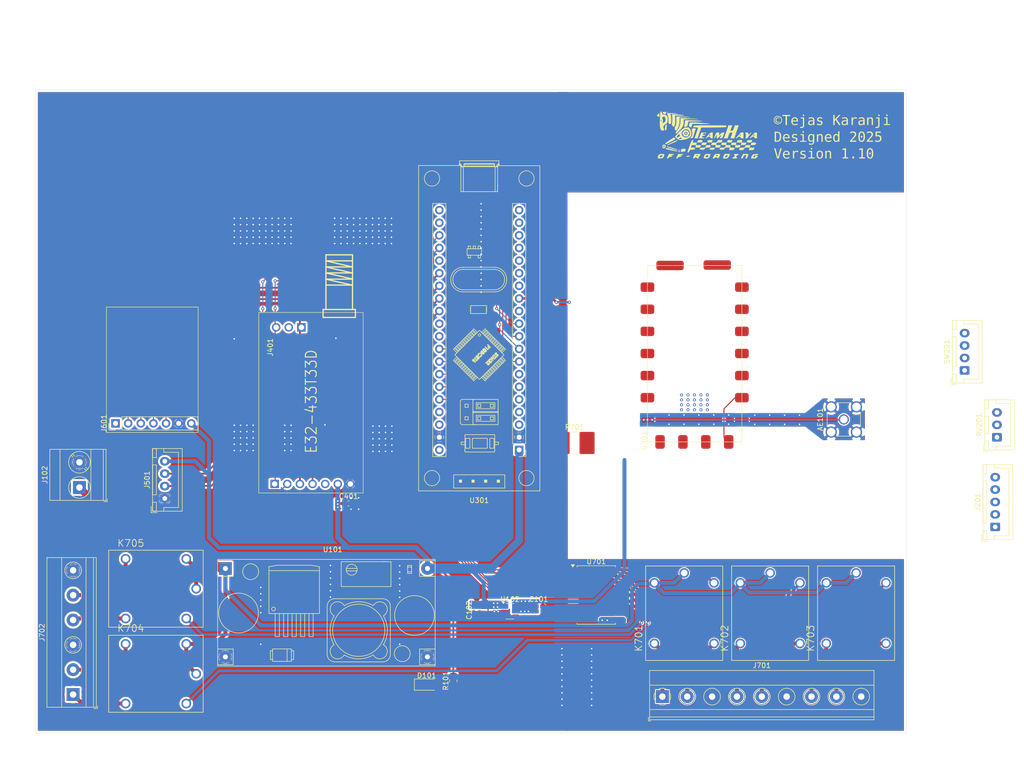
<source format=kicad_pcb>
(kicad_pcb (version 20240108) (generator "pcbnew") (generator_version "8.0")
  (layers (0 "F.Cu" signal) (31 "B.Cu" signal) (34 "B.Paste" user) (35 "F.Paste" user) (36 "B.SilkS" user "B.Silkscreen") (37 "F.SilkS" user "F.Silkscreen") (38 "B.Mask" user) (39 "F.Mask" user) (44 "Edge.Cuts" user))
  (net 0 "")
  (net 1 "/Microcontroller/UART2_TX")
  (net 2 "Net-(U201-PTT)")
  (net 3 "GNDA")
  (net 4 "Net-(U201-AUD_OUT)")
  (net 6 "5V")
  (net 7 "/Microcontroller/UART2_RX")
  (net 11 "Net-(U201-AUDIO_ON)")
  (net 12 "Net-(U201-H{slash}L_PWR)")
  (net 14 "/RF Voice/ANTENNA_LINE")
  (net 16 "MIC_LINE_IN")
  (net 17 "/RF Voice/HEADPHONE R")
  (net 18 "/RF Voice/HEADPHONE L")
  (net 19 "Net-(C201-Pad1)")
  (net 21 "/LORA/M1")
  (net 22 "/LORA/UART_TX")
  (net 24 "GNDD")
  (net 26 "/LORA/M0")
  (net 27 "/LORA/AUX")
  (net 33 "/LORA/UART_RX")
  (net 37 "/Display/UART_TX")
  (net 39 "/Display/UART_RX")
  (net 41 "3.3V")
  (net 42 "Net-(D101-A)")
  (net 50 "+3.3V")
  (net 52 "/Microcontroller/IN3")
  (net 53 "/Microcontroller/IN4")
  (net 54 "/Microcontroller/IN1")
  (net 55 "/Microcontroller/IN5")
  (net 56 "/Microcontroller/IN2")
  (net 57 "Net-(U701-O1)")
  (net 58 "+12V")
  (net 59 "Net-(U701-O2)")
  (net 64 "Net-(U701-O3)")
  (net 67 "Net-(J702-Pin_2)")
  (net 68 "Net-(J702-Pin_1)")
  (net 69 "Net-(J701-Pin_8)")
  (net 70 "Net-(J701-Pin_7)")
  (net 71 "Net-(J701-Pin_4)")
  (net 72 "Net-(J701-Pin_5)")
  (net 73 "Net-(J701-Pin_2)")
  (net 74 "Net-(J701-Pin_1)")
  (net 75 "/CAN_Module/MISO")
  (net 76 "/CAN_Module/INT")
  (net 77 "/CAN_Module/SCK")
  (net 78 "/CAN_Module/CS")
  (net 79 "/CAN_Module/MOSI")
  (net 80 "Net-(J702-Pin_5)")
  (net 81 "Net-(J702-Pin_4)")
  (net 82 "Net-(U701-O4)")
  (net 83 "Net-(U701-O5)")
  (footprint "Relay_THT:RELAY_JQC-3F-1C-24VDC" (layer "F.Cu") (at 78.228 152.7556)
    (property "Reference" "K704")
    (property "Value" "JQC-3F-1C-12VDC")
  )
  (footprint "Capacitor_SMD:C_0603_1608Metric_Pad1.08x0.95mm_HandSolder" (layer "F.Cu") (at 155.194 139.192)
    (property "Reference" "C101")
    (property "Value" "1uF")
  )
  (footprint "TerminalBlock_Phoenix:TerminalBlock_Phoenix_MKDS-1,5-9_1x09_P5.00mm_Horizontal" (layer "F.Cu") (at 180.091 157.353)
    (property "Reference" "J701")
    (property "Value" "Screw_Terminal_01x09")
  )
  (footprint "RF:SA868" (layer "F.Cu") (at 177.088 106.0904 90)
    (property "Reference" "U201")
    (property "Value" "~")
  )
  (footprint "Connector_JST:JST_XH_B4B-XH-A_1x04_P2.50mm_Vertical" (layer "F.Cu") (at 240.8936 91.694 90)
    (property "Reference" "SW201")
    (property "Value" "SW_Slide_DPDT")
  )
  (footprint "TerminalBlock_Phoenix:TerminalBlock_Phoenix_MKDS-1,5-6_1x06_P5.00mm_Horizontal" (layer "F.Cu") (at 61.5696 156.9352 90)
    (property "Reference" "J702")
    (property "Value" "Screw_Terminal_01x06")
  )
  (footprint "Resistor_SMD:R_0805_2012Metric_Pad1.20x1.40mm_HandSolder" (layer "F.Cu") (at 138.049 154.194 -90)
    (property "Reference" "R101")
    (property "Value" "220")
  )
  (footprint "LORA Modules - Kicad:E32-433T33D-EDITEDSIZE" (layer "F.Cu") (at 109.728 87.034 90)
    (property "Reference" "J401")
    (property "Value" "LORA Module E32-433D")
  )
  (footprint "Connector_JST:JST_XH_B5B-XH-A_1x05_P2.50mm_Vertical" (layer "F.Cu") (at 247.0404 123.19 90)
    (property "Reference" "J201")
    (property "Value" "XLR5_Ground")
  )
  (footprint "Package_TO_SOT_SMD:SOT-23-5" (layer "F.Cu") (at 149.4295 140.175)
    (property "Reference" "U102")
    (property "Value" "AP2112K-3.3" (hide yes))
  )
  (footprint "Capacitor_SMD:C_0603_1608Metric_Pad1.08x0.95mm_HandSolder" (layer "F.Cu") (at 116.967 118.491)
    (property "Reference" "C401")
    (property "Value" "1uF")
  )
  (footprint "Relay_THT:RELAY_JQC-3F-1C-24VDC" (layer "F.Cu") (at 78.228 135.6304)
    (property "Reference" "K705")
    (property "Value" "JQC-3F-1C-12VDC")
  )
  (footprint "LED_SMD:LED_1206_3216Metric_Pad1.42x1.75mm_HandSolder" (layer "F.Cu") (at 132.6785 154.94)
    (property "Reference" "D101")
    (property "Value" "LED")
  )
  (footprint "Connector_PinHeader_2.54mm:PinHeader_1x07_P2.54mm_Vertical" (layer "F.Cu") (at 70.104 102.362 90)
    (property "Reference" "J601")
    (property "Value" "Conn_01x07_Socket")
  )
  (footprint "Relay_THT:RELAY_JQC-3F-1C-24VDC" (layer "F.Cu") (at 184.4845 140.561 90)
    (property "Reference" "K701")
    (property "Value" "JQC-3F-1C-12VDC" (hide yes))
  )
  (footprint "Relay_THT:RELAY_JQC-3F-1C-24VDC" (layer "F.Cu") (at 201.772 140.561 90)
    (property "Reference" "K702")
    (property "Value" "JQC-3F-1C-12VDC" (hide yes))
  )
  (footprint "Resistor_SMD:R_2816_7142Metric" (layer "F.Cu") (at 162.433 106.299)
    (property "Reference" "R701")
    (property "Value" "R_2816_7142Metric" (hide yes))
  )
  (footprint "Connector_JST:JST_XH_B4B-XH-A_1x04_P2.50mm_Vertical" (layer "F.Cu") (at 80.01 117.482 90)
    (property "Reference" "J501")
    (property "Value" "Conn_01x04_Socket" (hide yes))
  )
  (footprint "DC DC Modules:DCDC_StepDown_LM2596" (layer "F.Cu") (at 92.202 131.572)
    (property "Reference" "U101")
    (property "Value" "DC DC_StepDown_LM2596")
  )
  (footprint "Package_SO:SOIC-18W_7.5x11.6mm_P1.27mm" (layer "F.Cu") (at 166.8 136.906)
    (property "Reference" "U701")
    (property "Value" "ULN2803A")
  )
  (footprint "Capacitor_SMD:C_0603_1608Metric_Pad1.08x0.95mm_HandSolder" (layer "F.Cu") (at 142.748 139.8535 -90)
    (property "Reference" "C102")
    (property "Value" "1uF" (hide yes))
  )
  (footprint "TerminalBlock_Phoenix:TerminalBlock_Phoenix_MKDS-3-2-5.08_1x02_P5.08mm_Horizontal" (layer "F.Cu") (at 62.8396 115.2652 90)
    (property "Reference" "J102")
    (property "Value" "Screw_Terminal_01x02")
  )
  (footprint "Relay_THT:RELAY_JQC-3F-1C-24VDC" (layer "F.Cu") (at 219.0595 140.561 90)
    (property "Reference" "K703")
    (property "Value" "JQC-3F-1C-12VDC" (hide yes))
  )
  (footprint "Connector_JST:JST_XH_B3B-XH-A_1x03_P2.50mm_Vertical" (layer "F.Cu") (at 247.396 105.156 90)
    (property "Reference" "RV201")
    (property "Value" "10k")
  )
  (footprint "LOGO" (layer "F.Cu") (at 188.8744 45.4152)
    (property "Reference" "G***" (hide yes))
    (property "Value" "LOGO" (hide yes))
  )
  (footprint "STM32 Eval Boards:usethis_BlackPill_1" (layer "F.Cu") (at 152.146 107.696 180)
    (property "Reference" "U301")
    (property "Value" "BlackPill_Part_Like_SWD_Breakout" (hide yes))
  )
  (footprint "Connector_Coaxial:SMA_Amphenol_132134-11_Vertical" (layer "F.Cu") (at 216.5928 101.5692 90)
    (property "Reference" "AE101")
    (property "Value" "Antenna_Shield")
  )
  (gr_rect (start 68.2752 78.9432) (end 86.7156 104.1908) (stroke (width 0.1)) (fill none) (layer "F.SilkS"))
  (gr_rect (start 53.9877 35.2044) (end 229.1715 164.719) (stroke (width 0.05)) (fill none) (layer "Edge.Cuts"))
  (gr_text "©Tejas Karanji \nDesigned 2025\nVersion 1.10\n" (at 202.4888 49.3776 0) (layer "F.SilkS") (effects (font (size 2 2) (thickness 0.1)) (justify left bottom)))
  (segment (start 157.988 77.216) (end 151.281 77.216) (width 0.5) (layer "F.Cu") (net 1))
  (segment (start 158.75 77.978) (end 157.988 77.216) (width 0.5) (layer "F.Cu") (net 1))
  (via (at 158.75 77.978) (size 0.6) (drill 0.3) (layers "F.Cu" "B.Cu") (net 1))
  (via (at 161.417 77.978) (size 0.6) (drill 0.3) (layers "F.Cu" "B.Cu") (net 1))
  (segment (start 161.417 77.978) (end 158.75 77.978) (width 0.5) (layer "B.Cu") (net 1))
  (via (at 186.546 97.6294) (size 0.6) (drill 0.3) (layers "F.Cu" "B.Cu") (net 3))
  (via (at 184.4314 100.683) (size 0.6) (drill 0.3) (layers "F.Cu" "B.Cu") (net 3))
  (via (at 201.678 100.7084) (size 0.6) (drill 0.3) (layers "F.Cu" "B.Cu") (net 3))
  (via (at 186.546 99.6294) (size 0.6) (drill 0.3) (layers "F.Cu" "B.Cu") (net 3))
  (via (at 189.146 96.6294) (size 0.6) (drill 0.3) (layers "F.Cu" "B.Cu") (net 3))
  (via (at 184.4314 102.5344) (size 0.6) (drill 0.3) (layers "F.Cu" "B.Cu") (net 3))
  (via (at 189.146 98.6294) (size 0.6) (drill 0.3) (layers "F.Cu" "B.Cu") (net 3))
  (via (at 183.946 99.6294) (size 0.6) (drill 0.3) (layers "F.Cu" "B.Cu") (net 3))
  (via (at 183.946 98.6294) (size 0.6) (drill 0.3) (layers "F.Cu" "B.Cu") (net 3))
  (via (at 193.4314 102.5344) (size 0.6) (drill 0.3) (layers "F.Cu" "B.Cu") (net 3))
  (via (at 187.4314 102.5344) (size 0.6) (drill 0.3) (layers "F.Cu" "B.Cu") (net 3))
  (via (at 187.4314 100.683) (size 0.6) (drill 0.3) (layers "F.Cu" "B.Cu") (net 3))
  (via (at 181.4314 100.683) (size 0.6) (drill 0.3) (layers "F.Cu" "B.Cu") (net 3))
  (via (at 189.146 99.6294) (size 0.6) (drill 0.3) (layers "F.Cu" "B.Cu") (net 3))
  (via (at 207.678 100.7084) (size 0.6) (drill 0.3) (layers "F.Cu" "B.Cu") (net 3))
  (via (at 181.4314 102.5344) (size 0.6) (drill 0.3) (layers "F.Cu" "B.Cu") (net 3))
  (via (at 189.146 97.6294) (size 0.6) (drill 0.3) (layers "F.Cu" "B.Cu") (net 3))
  (via (at 198.678 100.7084) (size 0.6) (drill 0.3) (layers "F.Cu" "B.Cu") (net 3))
  (via (at 183.946 97.6294) (size 0.6) (drill 0.3) (layers "F.Cu" "B.Cu") (net 3))
  (via (at 190.4314 102.5344) (size 0.6) (drill 0.3) (layers "F.Cu" "B.Cu") (net 3))
  (via (at 198.678 102.5598) (size 0.6) (drill 0.3) (layers "F.Cu" "B.Cu") (net 3))
  (via (at 186.546 98.6294) (size 0.6) (drill 0.3) (layers "F.Cu" "B.Cu") (net 3))
  (via (at 201.678 102.5598) (size 0.6) (drill 0.3) (layers "F.Cu" "B.Cu") (net 3))
  (via (at 186.546 96.6294) (size 0.6) (drill 0.3) (layers "F.Cu" "B.Cu") (net 3))
  (via (at 204.678 102.5598) (size 0.6) (drill 0.3) (layers "F.Cu" "B.Cu") (net 3))
  (via (at 187.846 96.6294) (size 0.6) (drill 0.3) (layers "F.Cu" "B.Cu") (net 3))
  (via (at 187.846 97.6294) (size 0.6) (drill 0.3) (layers "F.Cu" "B.Cu") (net 3))
  (via (at 185.246 99.6294) (size 0.6) (drill 0.3) (layers "F.Cu" "B.Cu") (net 3))
  (via (at 185.246 96.6294) (size 0.6) (drill 0.3) (layers "F.Cu" "B.Cu") (net 3))
  (via (at 207.678 102.5598) (size 0.6) (drill 0.3) (layers "F.Cu" "B.Cu") (net 3))
  (via (at 204.678 100.7084) (size 0.6) (drill 0.3) (layers "F.Cu" "B.Cu") (net 3))
  (via (at 193.4314 100.683) (size 0.6) (drill 0.3) (layers "F.Cu" "B.Cu") (net 3))
  (via (at 185.246 98.6294) (size 0.6) (drill 0.3) (layers "F.Cu" "B.Cu") (net 3))
  (via (at 183.946 96.6444) (size 0.6) (drill 0.3) (layers "F.Cu" "B.Cu") (net 3))
  (via (at 185.246 97.6294) (size 0.6) (drill 0.3) (layers "F.Cu" "B.Cu") (net 3))
  (via (at 187.846 98.6294) (size 0.6) (drill 0.3) (layers "F.Cu" "B.Cu") (net 3))
  (via (at 187.846 99.6294) (size 0.6) (drill 0.3) (layers "F.Cu" "B.Cu") (net 3))
  (via (at 190.4314 100.683) (size 0.6) (drill 0.3) (layers "F.Cu" "B.Cu") (net 3))
  (segment (start 138.049 134.366) (end 138.049 153.194) (width 0.35) (layer "F.Cu") (net 6))
  (segment (start 145.189 141.125) (end 145.034 140.97) (width 0.2) (layer "F.Cu") (net 6))
  (segment (start 132.842 131.572) (end 135.255 131.572) (width 0.35) (layer "F.Cu") (net 6))
  (segment (start 192.478443 105.140843) (end 192.478443 99.424958) (width 0.2) (layer "F.Cu") (net 6))
  (segment (start 192.478443 99.424958) (end 194.713001 97.1904) (width 0.2) (layer "F.Cu") (net 6))
  (segment (start 148.292 141.125) (end 145.189 141.125) (width 0.2) (layer "F.Cu") (net 6))
  (segment (start 193.428 106.0904) (end 192.478443 105.140843) (width 0.2) (layer "F.Cu") (net 6))
  (segment (start 145.034 140.97) (end 145.034 139.446) (width 0.2) (layer "F.Cu") (net 6))
  (segment (start 194.713001 97.1904) (end 196.088 97.1904) (width 0.2) (layer "F.Cu") (net 6))
  (segment (start 135.255 131.572) (end 138.049 134.366) (width 0.35) (layer "F.Cu") (net 6))
  (via (at 146.177 139.319) (size 0.6) (drill 0.3) (layers "F.Cu" "B.Cu") (net 6))
  (via (at 114.808 119.253) (size 0.6) (drill 0.3) (layers "F.Cu" "B.Cu") (net 6))
  (via (at 146.939 138.557) (size 0.6) (drill 0.3) (layers "F.Cu" "B.Cu") (net 6))
  (via (at 146.177 138.557) (size 0.6) (drill 0.3) (layers "F.Cu" "B.Cu") (net 6))
  (via (at 114.808 118.618) (size 0.6) (drill 0.3) (layers "F.Cu" "B.Cu") (net 6))
  (via (at 146.939 139.319) (size 0.6) (drill 0.3) (layers "F.Cu" "B.Cu") (net 6))
  (via (at 114.808 117.983) (size 0.6) (drill 0.3) (layers "F.Cu" "B.Cu") (net 6))
  (segment (start 114.808 125.3236) (end 114.808 119.253) (width 1) (layer "B.Cu") (net 6))
  (segment (start 132.842 129.6416) (end 130.556 127.3556) (width 1) (layer "B.Cu") (net 6))
  (segment (start 90.932 127.381) (end 88.9 125.349) (width 0.8) (layer "B.Cu") (net 6))
  (segment (start 88.9 125.349) (end 88.9 112.776) (width 0.8) (layer "B.Cu") (net 6))
  (segment (start 114.808 117.983) (end 114.808 114.554) (width 1) (layer "B.Cu") (net 6))
  (segment (start 114.808 118.618) (end 114.808 117.983) (width 1) (layer "B.Cu") (net 6))
  (segment (start 145.034 138.557) (end 144.145 137.668) (width 0.8) (layer "B.Cu") (net 6))
  (segment (start 116.84 127.3556) (end 116.8146 127.381) (width 0.8) (layer "B.Cu") (net 6))
  (segment (start 132.842 131.572) (end 132.842 129.6416) (width 1) (layer "B.Cu") (net 6))
  (segment (start 88.9 105.918) (end 85.344 102.362) (width 0.8) (layer "B.Cu") (net 6))
  (segment (start 88.9 112.776) (end 86.106 109.982) (width 0.8) (layer "B.Cu") (net 6))
  (segment (start 130.556 127.3556) (end 116.84 127.3556) (width 1) (layer "B.Cu") (net 6))
  (segment (start 143.002 131.572) (end 144.653 131.572) (width 2) (layer "B.Cu") (net 6))
  (segment (start 116.84 127.3556) (end 114.808 125.3236) (width 1) (layer "B.Cu") (net 6))
  (segment (start 144.653 131.572) (end 145.669 131.572) (width 2) (layer "B.Cu") (net 6))
  (segment (start 145.669 131.572) (end 151.281 125.96) (width 1.5) (layer "B.Cu") (net 6))
  (segment (start 86.106 109.982) (end 80.01 109.982) (width 0.8) (layer "B.Cu") (net 6))
  (segment (start 144.145 137.668) (end 144.145 134.366) (width 0.8) (layer "B.Cu") (net 6))
  (segment (start 139.065 131.572) (end 132.842 131.572) (width 2) (layer "B.Cu") (net 6))
  (segment (start 146.177 138.557) (end 145.034 138.557) (width 0.8) (layer "B.Cu") (net 6))
  (segment (start 151.281 125.96) (end 151.281 107.696) (width 1.5) (layer "B.Cu") (net 6))
  (segment (start 114.808 119.253) (end 114.808 118.618) (width 1) (layer "B.Cu") (net 6))
  (segment (start 116.8146 127.381) (end 90.932 127.381) (width 0.8) (layer "B.Cu") (net 6))
  (segment (start 139.065 131.572) (end 143.002 131.572) (width 2) (layer "B.Cu") (net 6))
  (segment (start 144.145 134.366) (end 141.351 131.572) (width 0.8) (layer "B.Cu") (net 6))
  (segment (start 88.9 112.776) (end 88.9 105.918) (width 0.8) (layer "B.Cu") (net 6))
  (via (at 178.0278 101.6482) (size 0.6) (drill 0.3) (layers "F.Cu" "B.Cu") (net 14))
  (via (at 176.3514 101.6482) (size 0.6) (drill 0.3) (layers "F.Cu" "B.Cu") (net 14))
  (via (at 177.088 101.6404) (size 0.6) (drill 0.3) (layers "F.Cu" "B.Cu") (net 14))
  (segment (start 178.0278 101.6482) (end 178.0356 101.6404) (width 0.35) (layer "B.Cu") (net 14))
  (segment (start 176.3514 101.7498) (end 176.4608 101.6404) (width 0.35) (layer "B.Cu") (net 14))
  (segment (start 178.02 101.6404) (end 178.0278 101.6482) (width 0.35) (layer "B.Cu") (net 14))
  (segment (start 216.5216 101.6404) (end 216.5928 101.5692) (width 0.35) (layer "B.Cu") (net 14))
  (segment (start 178.0356 101.6404) (end 216.5216 101.6404) (width 0.35) (layer "B.Cu") (net 14))
  (segment (start 176.3514 101.6482) (end 176.3514 101.7498) (width 0.35) (layer "B.Cu") (net 14))
  (segment (start 176.453 101.6482) (end 176.453 101.6482) (width 0.35) (layer "B.Cu") (net 14))
  (segment (start 176.453 101.6482) (end 176.3514 101.6482) (width 0.35) (layer "B.Cu") (net 14))
  (segment (start 176.4608 101.6404) (end 178.02 101.6404) (width 0.35) (layer "B.Cu") (net 14))
  (segment (start 133.681 69.3666) (end 133.681 66.066) (width 0.2) (layer "F.Cu") (net 21))
  (segment (start 104.648 114.554) (end 103.498 115.704) (width 0.2) (layer "F.Cu") (net 21))
  (segment (start 133.681 66.066) (end 135.231 64.516) (width 0.2) (layer "F.Cu") (net 21))
  (segment (start 130.556 72.4916) (end 133.681 69.3666) (width 0.2) (layer "F.Cu") (net 21))
  (segment (start 100.958 115.704) (end 99.7204 114.4664) (width 0.2) (layer "F.Cu") (net 21))
  (segment (start 103.498 115.704) (end 100.958 115.704) (width 0.2) (layer "F.Cu") (net 21))
  (segment (start 99.7204 79.2988) (end 99.7204 79.248) (width 0.2) (layer "F.Cu") (net 21))
  (segment (start 99.7204 114.4664) (end 99.7204 79.2988) (width 0.2) (layer "F.Cu") (net 21))
  (segment (start 99.7204 73.8632) (end 101.092 72.4916) (width 0.2) (layer "F.Cu") (net 21))
  (segment (start 101.092 72.4916) (end 130.556 72.4916) (width 0.2) (layer "F.Cu") (net 21))
  (via (at 99.7204 73.8632) (size 0.6) (drill 0.3) (layers "F.Cu" "B.Cu") (net 21))
  (via (at 99.7204 79.2988) (size 0.6) (drill 0.3) (layers "F.Cu" "B.Cu") (net 21))
  (segment (start 99.7204 79.2988) (end 99.7204 73.8632) (width 0.2) (layer "B.Cu") (net 21))
  (segment (start 99.7204 73.8632) (end 99.7204 73.7108) (width 0.2) (layer "B.Cu") (net 21))
  (segment (start 109.728 114.554) (end 109.728 82.423) (width 0.35) (layer "F.Cu") (net 22))
  (segment (start 109.728 82.423) (end 111.506 80.645) (width 0.35) (layer "F.Cu") (net 22))
  (segment (start 134.342 80.645) (end 135.231 79.756) (width 0.35) (layer "F.Cu") (net 22))
  (segment (start 111.506 80.645) (end 134.342 80.645) (width 0.35) (layer "F.Cu") (net 22))
  (via (at 159.893 156.591) (size 0.6) (drill 0.3) (layers "F.Cu" "B.Cu") (net 24))
  (via (at 99.06 61.087) (size 0.6) (drill 0.3) (layers "F.Cu" "B.Cu") (net 24))
  (via (at 127.254 132.2832) (size 0.6) (drill 0.3) (layers "F.Cu" "B.Cu") (net 24))
  (via (at 102.87 64.897) (size 0.6) (drill 0.3) (layers "F.Cu" "B.Cu") (net 24))
  (via (at 118.999 117.348) (size 0.6) (drill 0.3) (layers "F.Cu" "B.Cu") (net 24))
  (via (at 125.6792 102.9208) (size 0.6) (drill 0.3) (layers "F.Cu" "B.Cu") (net 24))
  (via (at 120.523 66.167) (size 0.6) (drill 0.3) (layers "F.Cu" "B.Cu") (net 24))
  (via (at 93.98 106.553) (size 0.6) (drill 0.3) (layers "F.Cu" "B.Cu") (net 24))
  (via (at 165.862 151.511) (size 0.6) (drill 0.3) (layers "F.Cu" "B.Cu") (net 24))
  (via (at 96.52 105.283) (size 0.6) (drill 0.3) (layers "F.Cu" "B.Cu") (net 24))
  (via (at 100.33 62.357) (size 0.6) (drill 0.3) (layers "F.Cu" "B.Cu") (net 24))
  (via (at 159.893 159.131) (size 0.6) (drill 0.3) (layers "F.Cu" "B.Cu") (net 24))
  (via (at 117.983 62.357) (size 0.6) (drill 0.3) (layers "F.Cu" "B.Cu") (net 24))
  (via (at 93.98 104.013) (size 0.6) (drill 0.3) (layers "F.Cu" "B.Cu") (net 24))
  (via (at 104.14 102.743) (size 0.6) (drill 0.3) (layers "F.Cu" "B.Cu") (net 24))
  (via (at 97.79 62.357) (size 0.6) (drill 0.3) (layers "F.Cu" "B.Cu") (net 24))
  (via (at 96.52 107.823) (size 0.6) (drill 0.3) (layers "F.Cu" "B.Cu") (net 24))
  (via (at 102.87 61.087) (size 0.6) (drill 0.3) (layers "F.Cu" "B.Cu") (net 24))
  (via (at 97.79 106.553) (size 0.6) (drill 0.3) (layers "F.Cu" "B.Cu") (net 24))
  (via (at 104.14 63.627) (size 0.6) (drill 0.3) (layers "F.Cu" "B.Cu") (net 24))
  (via (at 116.713 62.357) (size 0.6) (drill 0.3) (layers "F.Cu" "B.Cu") (net 24))
  (via (at 114.173 64.897) (size 0.6) (drill 0.3) (layers "F.Cu" "B.Cu") (net 24))
  (via (at 121.8692 102.9208) (size 0.6) (drill 0.3) (layers "F.Cu" "B.Cu") (net 24))
  (via (at 143.637 67.056) (size 0.6) (drill 0.3) (layers "F.Cu" "B.Cu") (net 24))
  (via (at 123.063 63.627) (size 0.6) (drill 0.3) (layers "F.Cu" "B.Cu") (net 24))
  (via (at 105.41 106.553) (size 0.6) (drill 0.3) (layers "F.Cu" "B.Cu") (net 24))
  (via (at 117.475 117.348) (size 0.6) (drill 0.3) (layers "F.Cu" "B.Cu") (net 24))
  (via (at 105.41 61.087) (size 0.6) (drill 0.3) (layers "F.Cu" "B.Cu") (net 24))
  (via (at 97.79 104.013) (size 0.6) (drill 0.3) (layers "F.Cu" "B.Cu") (net 24))
  (via (at 159.893 155.321) (size 0.6) (drill 0.3) (layers "F.Cu" "B.Cu") (net 24))
  (via (at 95.25 61.087) (size 0.6) (drill 0.3) (layers "F.Cu" "B.Cu") (net 24))
  (via (at 104.14 66.167) (size 0.6) (drill 0.3) (layers "F.Cu" "B.Cu") (net 24))
  (via (at 96.52 106.553) (size 0.6) (drill 0.3) (layers "F.Cu" "B.Cu") (net 24))
  (via (at 123.1392 108.0008) (size 0.6) (drill 0.3) (layers "F.Cu" "B.Cu") (net 24))
  (via (at 165.862 147.701) (size 0.6) (drill 0.3) (layers "F.Cu" "B.Cu") (net 24))
  (via (at 96.52 102.743) (size 0.6) (drill 0.3) (layers "F.Cu" "B.Cu") (net 24))
  (via (at 102.87 63.627) (size 0.6) (drill 0.3) (layers "F.Cu" "B.Cu") (net 24))
  (via (at 121.8692 105.4608) (size 0.6) (drill 0.3) (layers "F.Cu" "B.Cu") (net 24))
  (via (at 125.6792 106.7308) (size 0.6) (drill 0.3) (layers "F.Cu" "B.Cu") (net 24))
  (via (at 105.41 104.013) (size 0.6) (drill 0.3) (layers "F.Cu" "B.Cu") (net 24))
  (via (at 93.98 102.743) (size 0.6) (drill 0.3) (layers "F.Cu" "B.Cu") (net 24))
  (via (at 165.862 150.241) (size 0.6) (drill 0.3) (layers "F.Cu" "B.Cu") (net 24))
  (via (at 99.314 135.382) (size 0.6) (drill 0.3) (layers "F.Cu" "B.Cu") (net 24))
  (via (at 102.87 66.167) (size 0.6) (drill 0.3) (layers "F.Cu" "B.Cu") (net 24))
  (via (at 165.862 157.861) (size 0.6) (drill 0.3) (layers "F.Cu" "B.Cu") (net 24))
  (via (at 146.304 140.208) (size 0.6) (drill 0.3) (layers "F.Cu" "B.Cu") (net 24))
  (via (at 121.8692 108.0008) (size 0.6) (drill 0.3) (layers "F.Cu" "B.Cu") (net 24))
  (via (at 143.637 69.596) (size 0.6) (drill 0.3) (layers "F.Cu" "B.Cu") (net 24))
  (via (at 100.33 64.897) (size 0.6) (drill 0.3) (layers "F.Cu" "B.Cu") (net 24))
  (via (at 112.2172 102.6668) (size 0.6) (drill 0.3) (layers "F.Cu" "B.Cu") (net 24))
  (via (at 159.893 151.511) (size 0.6) (drill 0.3) (layers "F.Cu" "B.Cu") (net 24))
  (via (at 165.862 155.321) (size 0.6) (drill 0.3) (layers "F.Cu" "B.Cu") (net 24))
  (via (at 123.1392 104.1908) (size 0.6) (drill 0.3) (layers "F.Cu" "B.Cu") (net 24))
  (via (at 123.063 62.357) (size 0.6) (drill 0.3) (layers "F.Cu" "B.Cu") (net 24))
  (via (at 96.52 66.167) (size 0.6) (drill 0.3) (layers "F.Cu" "B.Cu") (net 24))
  (via (at 93.98 62.357) (size 0.6) (drill 0.3) (layers "F.Cu" "B.Cu") (net 24))
  (via (at 115.443 66.167) (size 0.6) (drill 0.3) (layers "F.Cu" "B.Cu") (net 24))
  (via (at 125.603 63.627) (size 0.6) (drill 0.3) (layers "F.Cu" "B.Cu") (net 24))
  (via (at 97.79 63.627) (size 0.6) (drill 0.3) (layers "F.Cu" "B.Cu") (net 24))
  (via (at 121.8692 106.7308) (size 0.6) (drill 0.3) (layers "F.Cu" "B.Cu") (net 24))
  (via (at 99.06 62.357) (size 0.6) (drill 0.3) (layers "F.Cu" "B.Cu") (net 24))
  (via (at 96.52 63.627) (size 0.6) (drill 0.3) (layers "F.Cu" "B.Cu") (net 24))
  (via (at 125.603 62.357) (size 0.6) (drill 0.3) (layers "F.Cu" "B.Cu") (net 24))
  (via (at 104.14 61.087) (size 0.6) (drill 0.3) (layers "F.Cu" "B.Cu") (net 24))
  (via (at 116.713 66.167) (size 0.6) (drill 0.3) (layers "F.Cu" "B.Cu") (net 24))
  (via (at 105.41 64.897) (size 0.6) (drill 0.3) (layers "F.Cu" "B.Cu") (net 24))
  (via (at 105.41 105.283) (size 0.6) (drill 0.3) (layers "F.Cu" "B.Cu") (net 24))
  (via (at 143.637 70.866) (size 0.6) (drill 0.3) (layers "F.Cu" "B.Cu") (net 24))
  (via (at 124.4092 102.9208) (size 0.6) (drill 0.3) (layers "F.Cu" "B.Cu") (net 24))
  (via (at 117.983 66.167) (size 0.6) (drill 0.3) (layers "F.Cu" "B.Cu") (net 24))
  (via (at 93.98 105.283) (size 0.6) (drill 0.3) (layers "F.Cu" "B.Cu") (net 24))
  (via (at 114.173 66.167) (size 0.6) (drill 0.3) (layers "F.Cu" "B.Cu") (net 24))
  (via (at 125.603 66.167) (size 0.6) (drill 0.3) (layers "F.Cu" "B.Cu") (net 24))
  (via (at 119.253 64.897) (size 0.6) (drill 0.3) (layers "F.Cu" "B.Cu") (net 24))
  (via (at 97.79 64.897) (size 0.6) (drill 0.3) (layers "F.Cu" "B.Cu") (net 24))
  (via (at 105.41 63.627) (size 0.6) (drill 0.3) (layers "F.Cu" "B.Cu") (net 24))
  (via (at 123.1392 106.7308) (size 0.6) (drill 0.3) (layers "F.Cu" "B.Cu") (net 24))
  (via (at 96.52 104.013) (size 0.6) (drill 0.3) (layers "F.Cu" "B.Cu") (net 24))
  (via (at 104.14 104.013) (size 0.6) (drill 0.3) (layers "F.Cu" "B.Cu") (net 24))
  (via (at 165.862 159.131) (size 0.6) (drill 0.3) (layers "F.Cu" "B.Cu") (net 24))
  (via (at 127.254 137.3632) (size 0.6) (drill 0.3) (layers "F.Cu" "B.Cu") (net 24))
  (via (at 97.79 105.283) (size 0.6) (drill 0.3) (layers "F.Cu" "B.Cu") (net 24))
  (via (at 100.33 66.167) (size 0.6) (drill 0.3) (layers "F.Cu" "B.Cu") (net 24))
  (via (at 123.063 64.897) (size 0.6) (drill 0.3) (layers "F.Cu" "B.Cu") (net 24))
  (via (at 97.79 107.823) (size 0.6) (drill 0.3) (layers "F.Cu" "B.Cu") (net 24))
  (via (at 127.254 136.0932) (size 0.6) (drill 0.3) (layers "F.Cu" "B.Cu") (net 24))
  (via (at 95.25 64.897) (size 0.6) (drill 0.3) (layers "F.Cu" "B.Cu") (net 24))
  (via (at 123.1392 102.9208) (size 0.6) (drill 0.3) (layers "F.Cu" "B.Cu") (net 24))
  (via (at 93.98 107.823) (size 0.6) (drill 0.3) (layers "F.Cu" "B.Cu") (net 24))
  (via (at 102.87 62.357) (size 0.6) (drill 0.3) (layers "F.Cu" "B.Cu") (net 24))
  (via (at 95.25 66.167) (size 0.6) (drill 0.3) (layers "F.Cu" "B.Cu") (net 24))
  (via (at 101.6 61.087) (size 0.6) (drill 0.3) (layers "F.Cu" "B.Cu") (net 24))
  (via (at 143.637 61.976) (size 0.6) (drill 0.3) (layers "F.Cu" "B.Cu") (net 24))
  (via (at 104.14 64.897) (size 0.6) (drill 0.3) (layers "F.Cu" "B.Cu") (net 24))
  (via (at 116.713 61.087) (size 0.6) (drill 0.3) (layers "F.Cu" "B.Cu") (net 24))
  (via (at 121.793 62.357) (size 0.6) (drill 0.3) (layers "F.Cu" "B.Cu") (net 24))
  (via (at 125.603 64.897) (size 0.6) (drill 0.3) (layers "F.Cu" "B.Cu") (net 24))
  (via (at 101.6 66.167) (size 0.6) (drill 0.3) (layers "F.Cu" "B.Cu") (net 24))
  (via (at 115.443 62.357) (size 0.6) (drill 0.3) (layers "F.Cu" "B.Cu") (net 24))
  (via (at 119.253 62.357) (size 0.6) (drill 0.3) (layers "F.Cu" "B.Cu") (net 24))
  (via (at 123.063 61.087) (size 0.6) (drill 0.3) (layers "F.Cu" "B.Cu") (net 24))
  (via (at 121.8692 104.1908) (size 0.6) (drill 0.3) (layers "F.Cu" "B.Cu") (net 24))
  (via (at 143.637 74.676) (size 0.6) (drill 0.3) (layers "F.Cu" "B.Cu") (net 24))
  (via (at 99.06 63.627) (size 0.6) (drill 0.3) (layers "F.Cu" "B.Cu") (net 24))
  (via (at 95.25 102.743) (size 0.6) (drill 0.3) (layers "F.Cu" "B.Cu") (net 24))
  (via (at 143.637 73.406) (size 0.6) (drill 0.3) (layers "F.Cu" "B.Cu") (net 24))
  (via (at 115.443 63.627) (size 0.6) (drill 0.3) (layers "F.Cu" "B.Cu") (net 24))
  (via (at 95.25 106.553) (size 0.6) (drill 0.3) (layers "F.Cu" "B.Cu") (net 24))
  (via (at 143.637 59.436) (size 0.6) (drill 0.3) (layers "F.Cu" "B.Cu") (net 24))
  (via (at 159.893 148.971) (size 0.6) (drill 0.3) (layers "F.Cu" "B.Cu") (net 24))
  (via (at 127.254 133.5532) (size 0.6) (drill 0.3) (layers "F.Cu" "B.Cu") (net 24))
  (via (at 101.6 62.357) (size 0.6) (drill 0.3) (layers "F.Cu" "B.Cu") (net 24))
  (via (at 118.999 119.634) (size 0.6) (drill 0.3) (layers "F.Cu" "B.Cu") (net 24))
  (via (at 99.06 64.897) (size 0.6) (drill 0.3) (layers "F.Cu" "B.Cu") (net 24))
  (via (at 165.862 148.971) (size 0.6) (drill 0.3) (layers "F.Cu" "B.Cu") (net 24))
  (via (at 159.893 157.861) (size 0.6) (drill 0.3) (layers "F.Cu" "B.Cu") (net 24))
  (via (at 120.523 61.087) (size 0.6) (drill 0.3) (layers "F.Cu" "B.Cu") (net 24))
  (via (at 123.063 66.167) (size 0.6) (drill 0.3) (layers "F.Cu" "B.Cu") (net 24))
  (via (at 113.3348 137.3124) (size 0.6) (drill 0.3) (layers "F.Cu" "B.Cu") (net 24))
  (via (at 124.4092 105.4608) (size 0.6) (drill 0.3) (layers "F.Cu" "B.Cu") (net 24))
  (via (at 124.4092 108.0008) (size 0.6) (drill 0.3) (layers "F.Cu" "B.Cu") (net 24))
  (via (at 143.637 60.706) (size 0.6) (drill 0.3) (layers "F.Cu" "B.Cu") (net 24))
  (via (at 120.523 63.627) (size 0.6) (drill 0.3) (layers "F.Cu" "B.Cu") (net 24))
  (via (at 120.523 62.357) (size 0.6) (drill 0.3) (layers "F.Cu" "B.Cu") (net 24))
  (via (at 105.41 107.823) (size 0.6) (drill 0.3) (layers "F.Cu" "B.Cu") (net 24))
  (via (at 104.14 105.283) (size 0.6) (drill 0.3) (layers "F.Cu" "B.Cu") (net 24))
  (via (at 95.25 105.283) (size 0.6) (drill 0.3) (layers "F.Cu" "B.Cu") (net 24))
  (via (at 95.25 104.013) (size 0.6) (drill 0.3) (layers "F.Cu" "B.Cu") (net 24))
  (via (at 123.1392 105.4608) (size 0.6) (drill 0.3) (layers "F.Cu" "B.Cu") (net 24))
  (via (at 113.3348 132.2324) (size 0.6) (drill 0.3) (layers "F.Cu" "B.Cu") (net 24))
  (via (at 113.3348 130.9624) (size 0.6) (drill 0.3) (layers "F.Cu" "B.Cu") (net 24))
  (via (at 121.793 61.087) (size 0.6) (drill 0.3) (layers "F.Cu" "B.Cu") (net 24))
  (via (at 100.33 63.627) (size 0.6) (drill 0.3) (layers "F.Cu" "B.Cu") (net 24))
  (via (at 117.983 64.897) (size 0.6) (drill 0.3) (layers "F.Cu" "B.Cu") (net 24))
  (via (at 125.6792 108.0008) (size 0.6) (drill 0.3) (layers "F.Cu" "B.Cu") (net 24))
  (via (at 124.333 61.087) (size 0.6) (drill 0.3) (layers "F.Cu" "B.Cu") (net 24))
  (via (at 127.254 134.8232) (size 0.6) (drill 0.3) (layers "F.Cu" "B.Cu") (net 24))
  (via (at 96.52 62.357) (size 0.6) (drill 0.3) (layers "F.Cu" "B.Cu") (net 24))
  (via (at 113.3348 134.7724) (size 0.6) (drill 0.3) (layers "F.Cu" "B.Cu") (net 24))
  (via (at 125.6792 104.1908) (size 0.6) (drill 0.3) (layers "F.Cu" "B.Cu") (net 24))
  (via (at 159.893 147.701) (size 0.6) (drill 0.3) (layers "F.Cu" "B.Cu") (net 24))
  (via (at 125.6792 105.4608) (size 0.6) (drill 0.3) (layers "F.Cu" "B.Cu") (net 24))
  (via (at 119.253 66.167) (size 0.6) (drill 0.3) (layers "F.Cu" "B.Cu") (net 24))
  (via (at 114.173 62.357) (size 0.6) (drill 0.3) (layers "F.Cu" "B.Cu") (net 24))
  (via (at 117.983 61.087) (size 0.6) (drill 0.3) (layers "F.Cu" "B.Cu") (net 24))
  (via (at 143.637 58.166) (size 0.6) (drill 0.3) (layers "F.Cu" "B.Cu") (net 24))
  (via (at 95.25 107.823) (size 0.6) (drill 0.3) (layers "F.Cu" "B.Cu") (net 24))
  (via (at 114.173 61.087) (size 0.6) (drill 0.3) (layers "F.Cu" "B.Cu") (net 24))
  (via (at 159.893 150.241) (size 0.6) (drill 0.3) (layers "F.Cu" "B.Cu") (net 24))
  (via (at 165.862 154.051) (size 0.6) (drill 0.3) (layers "F.Cu" "B.Cu") (net 24))
  (via (at 99.314 139.192) (size 0.6) (drill 0.3) (layers "F.Cu" "B.Cu") (net 24))
  (via (at 124.333 63.627) (size 0.6) (drill 0.3) (layers "F.Cu" "B.Cu") (net 24))
  (via (at 93.98 66.167) (size 0.6) (drill 0.3) (layers "F.Cu" "B.Cu") (net 24))
  (via (at 116.713 64.897) (size 0.6) (drill 0.3) (layers "F.Cu" "B.Cu") (net 24))
  (via (at 125.603 61.087) (size 0.6) (drill 0.3) (layers "F.Cu" "B.Cu") (net 24))
  (via (at 114.427 85.217) (size 0.6) (drill 0.3) (layers "F.Cu" "B.Cu") (net 24))
  (via (at 165.862 156.591) (size 0.6) (drill 0.3) (layers "F.Cu" "B.Cu") (net 24))
  (via (at 165.862 152.781) (size 0.6) (drill 0.3) (layers "F.Cu" "B.Cu") (net 24))
  (via (at 99.314 140.462) (size 0.6) (drill 0.3) (layers "F.Cu" "B.Cu") (net 24))
  (via (at 93.98 64.897) (size 0.6) (drill 0.3) (layers "F.Cu" "B.Cu") (net 24))
  (via (at 105.41 66.167) (size 0.6) (drill 0.3) (layers "F.Cu" "B.Cu") (net 24))
  (via (at 99.314 136.652) (size 0.6) (drill 0.3) (layers "F.Cu" "B.Cu") (net 24))
  (via (at 95.25 63.627) (size 0.6) (drill 0.3) (layers "F.Cu" "B.Cu") (net 24))
  (via (at 113.3348 136.0424) (size 0.6) (drill 0.3) (layers "F.Cu" "B.Cu") (net 24))
  (via (at 121.793 66.167) (size 0.6) (drill 0.3) (layers "F.Cu" "B.Cu") (net 24))
  (via (at 101.6 63.627) (size 0.6) (drill 0.3) (layers "F.Cu" "B.Cu") (net 24))
  (via (at 96.52 61.087) (size 0.6) (drill 0.3) (layers "F.Cu" "B.Cu") (net 24))
  (via (at 115.443 61.087) (size 0.6) (drill 0.3) (layers "F.Cu" "B.Cu") (net 24))
  (via (at 104.14 107.823) (size 0.6) (drill 0.3) (layers "F.Cu" "B.Cu") (net 24))
  (via (at 124.4092 104.1908) (size 0.6) (drill 0.3) (layers "F.Cu" "B.Cu") (net 24))
  (via (at 104.14 106.553) (size 0.6) (drill 0.3) (layers "F.Cu" "B.Cu") (net 24))
  (via (at 105.41 62.357) (size 0.6) (drill 0.3) (layers "F.Cu" "B.Cu") (net 24))
  (via (at 113.3348 133.5024) (size 0.6) (drill 0.3) (layers "F.Cu" "B.Cu") (net 24))
  (via (at 143.637 63.246) (size 0.6) (drill 0.3) (layers "F.Cu" "B.Cu") (net 24))
  (via (at 124.333 64.897) (size 0.6) (drill 0.3) (layers "F.Cu" "B.Cu") (net 24))
  (via (at 100.33 61.087) (size 0.6) (drill 0.3) (layers "F.Cu" "B.Cu") (net 24))
  (via (at 119.253 61.087) (size 0.6) (drill 0.3) (layers "F.Cu" "B.Cu") (net 24))
  (via (at 117.475 119.634) (size 0.6) (drill 0.3) (layers "F.Cu" "B.Cu") (net 24))
  (via (at 97.79 66.167) (size 0.6) (drill 0.3) (layers "F.Cu" "B.Cu") (net 24))
  (via (at 101.6 64.897) (size 0.6) (drill 0.3) (layers "F.Cu" "B.Cu") (net 24))
  (via (at 93.98 61.087) (size 0.6) (drill 0.3) (layers "F.Cu" "B.Cu") (net 24))
  (via (at 159.893 154.051) (size 0.6) (drill 0.3) (layers "F.Cu" "B.Cu") (net 24))
  (via (at 127.254 146.812) (size 0.6) (drill 0.3) (layers "F.Cu" "B.Cu") (net 24))
  (via (at 116.713 63.627) (size 0.6) (drill 0.3) (layers "F.Cu" "B.Cu") (net 24))
  (via (at 143.637 75.946) (size 0.6) (drill 0.3) (layers "F.Cu" "B.Cu") (net 24))
  (via (at 93.98 63.627) (size 0.6) (drill 0.3) (layers "F.Cu" "B.Cu") (net 24))
  (via (at 127.254 131.0132) (size 0.6) (drill 0.3) (layers "F.Cu" "B.Cu") (net 24))
  (via (at 159.893 152.781) (size 0.6) (drill 0.3) (layers "F.Cu" "B.Cu") (net 24))
  (via (at 143.637 65.786) (size 0.6) (drill 0.3) (layers "F.Cu" "B.Cu") (net 24))
  (via (at 95.25 62.357) (size 0.6) (drill 0.3) (layers "F.Cu" "B.Cu") (net 24))
  (via (at 96.52 64.897) (size 0.6) (drill 0.3) (layers "F.Cu" "B.Cu") (net 24))
  (via (at 114.173 63.627) (size 0.6) (drill 0.3) (layers "F.Cu" "B.Cu") (net 24))
  (via (at 124.333 62.357) (size 0.6) (drill 0.3) (layers "F.Cu" "B.Cu") (net 24))
  (via (at 143.637 68.326) (size 0.6) (drill 0.3) (layers "F.Cu" "B.Cu") (net 24))
  (via (at 147.066 140.208) (size 0.6) (drill 0.3) (layers "F.Cu" "B.Cu") (net 24))
  (via (at 120.523 64.897) (size 0.6) (drill 0.3) (layers "F.Cu" "B.Cu") (net 24))
  (via (at 99.06 66.167) (size 0.6) (drill 0.3) (layers "F.Cu" "B.Cu") (net 24))
  (via (at 117.983 63.627) (size 0.6) (drill 0.3) (layers "F.Cu" "B.Cu") (net 24))
  (via (at 124.333 66.167) (size 0.6) (drill 0.3) (layers "F.Cu" "B.Cu") (net 24))
  (via (at 97.79 61.087) (size 0.6) (drill 0.3) (layers "F.Cu" "B.Cu") (net 24))
  (via (at 121.793 63.627) (size 0.6) (drill 0.3) (layers "F.Cu" "B.Cu") (net 24))
  (via (at 121.793 64.897) (size 0.6) (drill 0.3) (layers "F.Cu" "B.Cu") (net 24))
  (via (at 104.14 62.357) (size 0.6) (drill 0.3) (layers "F.Cu" "B.Cu") (net 24))
  (via (at 124.4092 106.7308) (size 0.6) (drill 0.3) (layers "F.Cu" "B.Cu") (net 24))
  (via (at 115.443 64.897) (size 0.6) (drill 0.3) (layers "F.Cu" "B.Cu") (net 24))
  (via (at 143.637 64.516) (size 0.6) (drill 0.3) (layers "F.Cu" "B.Cu") (net 24))
  (via (at 105.41 102.743) (size 0.6) (drill 0.3) (layers "F.Cu" "B.Cu") (net 24))
  (via (at 143.637 72.136) (size 0.6) (drill 0.3) (layers "F.Cu" "B.Cu") (net 24))
  (via (at 93.98 85.344) (size 0.6) (drill 0.3) (layers "F.Cu" "B.Cu") (net 24))
  (via (at 119.253 63.627) (size 0.6) (drill 0.3) (layers "F.Cu" "B.Cu") (net 24))
  (via (at 99.314 146.812) (size 0.6) (drill 0.3) (layers "F.Cu" "B.Cu") (net 24))
  (via (at 97.79 102.743) (size 0.6) (drill 0.3) (layers "F.Cu" "B.Cu") (net 24))
  (via (at 99.314 137.922) (size 0.6) (drill 0.3) (layers "F.Cu" "B.Cu") (net 24))
  (segment (start 102.2 79.2068) (end 102.2096 79.1972) (width 0.2) (layer "F.Cu") (net 26))
  (segment (start 134.081 70.9478) (end 134.081 68.206) (width 0.2) (layer "F.Cu") (net 26))
  (segment (start 102.2 114.462) (end 102.2 79.2068) (width 0.2) (layer "F.Cu") (net 26))
  (segment (start 134.081 68.206) (end 135.231 67.056) (width 0.2) (layer "F.Cu") (net 26))
  (segment (start 102.2096 73.66) (end 131.3688 73.66) (width 0.2) (layer "F.Cu") (net 26))
  (segment (start 102.2 79.1876) (end 102.2 79.0956) (width 0.2) (layer "F.Cu") (net 26))
  (segment (start 102.2096 79.1972) (end 102.2 79.1876) (width 0.2) (layer "F.Cu") (net 26))
  (segment (start 131.3688 73.66) (end 134.081 70.9478) (width 0.2) (layer "F.Cu") (net 26))
  (segment (start 102.108 114.554) (end 102.2 114.462) (width 0.2) (layer "F.Cu") (net 26))
  (via (at 102.2096 79.1972) (size 0.6) (drill 0.3) (layers "F.Cu" "B.Cu") (net 26))
  (via (at 102.2096 73.66) (size 0.6) (drill 0.3) (layers "F.Cu" "B.Cu") (net 26))
  (segment (start 102.2096 73.66) (end 102.2096 73.6092) (width 0.2) (layer "B.Cu") (net 26))
  (segment (start 102.2096 79.1972) (end 102.2096 73.66) (width 0.2) (layer "B.Cu") (net 26))
  (segment (start 133.453 78.994) (end 135.231 77.216) (width 0.35) (layer "F.Cu") (net 33))
  (segment (start 109.22 78.994) (end 133.453 78.994) (width 0.35) (layer "F.Cu") (net 33))
  (segment (start 107.188 114.554) (end 107.188 81.026) (width 0.35) (layer "F.Cu") (net 33))
  (segment (start 107.188 81.026) (end 109.22 78.994) (width 0.35) (layer "F.Cu") (net 33))
  (segment (start 92.202 112.1156) (end 92.202 80.6196) (width 0.35) (layer "F.Cu") (net 37))
  (segment (start 89.3826 114.935) (end 92.202 112.1156) (width 0.35) (layer "F.Cu") (net 37))
  (segment (start 81.185 114.982) (end 81.232 114.935) (width 0.35) (layer "F.Cu") (net 37))
  (segment (start 92.202 80.6196) (end 95.4786 77.343) (width 0.35) (layer "F.Cu") (net 37))
  (segment (start 80.01 114.982) (end 81.185 114.982) (width 0.35) (layer "F.Cu") (net 37))
  (segment (start 132.564 77.343) (end 135.231 74.676) (width 0.35) (layer "F.Cu") (net 37))
  (segment (start 95.4786 77.343) (end 132.564 77.343) (width 0.35) (layer "F.Cu") (net 37))
  (segment (start 81.232 114.935) (end 89.3826 114.935) (width 0.35) (layer "F.Cu") (net 37))
  (segment (start 88.178 112.482) (end 90.4748 110.1852) (width 0.35) (layer "F.Cu") (net 39))
  (segment (start 90.4748 110.1852) (end 90.4748 80.01) (width 0.35) (layer "F.Cu") (net 39))
  (segment (start 90.4748 80.01) (end 95.4278 75.057) (width 0.35) (layer "F.Cu") (net 39))
  (segment (start 95.4278 75.057) (end 132.31 75.057) (width 0.35) (layer "F.Cu") (net 39))
  (segment (start 132.31 75.057) (end 135.231 72.136) (width 0.35) (layer "F.Cu") (net 39))
  (segment (start 80.01 112.482) (end 88.178 112.482) (width 0.35) (layer "F.Cu") (net 39))
  (via (at 152.4 140.208) (size 0.6) (drill 0.3) (layers "F.Cu" "B.Cu") (net 41))
  (via (at 151.765 138.176) (size 0.6) (drill 0.3) (layers "F.Cu" "B.Cu") (net 41))
  (via (at 151.638 140.208) (size 0.6) (drill 0.3) (layers "F.Cu" "B.Cu") (net 41))
  (via (at 153.289 138.176) (size 0.6) (drill 0.3) (layers "F.Cu" "B.Cu") (net 41))
  (via (at 152.527 138.176) (size 0.6) (drill 0.3) (layers "F.Cu" "B.Cu") (net 41))
  (via (at 153.162 140.208) (size 0.6) (drill 0.3) (layers "F.Cu" "B.Cu") (net 41))
  (segment (start 172.466 109.728) (end 172.466 132.08) (width 0.8) (layer "B.Cu") (net 41))
  (segment (start 166.37 138.176) (end 154.813 138.176) (width 0.8) (layer "B.Cu") (net 41))
  (segment (start 172.466 132.08) (end 166.37 138.176) (width 0.8) (layer "B.Cu") (net 41))
  (segment (start 138.03 93.453) (end 137.033 92.456) (width 0.2) (layer "F.Cu") (net 52))
  (segment (start 138.03 127.350372) (end 138.03 93.453) (width 0.2) (layer "F.Cu") (net 52))
  (segment (start 145.045628 134.366) (end 138.03 127.350372) (width 0.2) (layer "F.Cu") (net 52))
  (segment (start 137.033 92.456) (end 135.231 92.456) (width 0.2) (layer "F.Cu") (net 52))
  (segment (start 162.15 134.366) (end 145.045628 134.366) (width 0.2) (layer "F.Cu") (net 52))
  (segment (start 145.749942 135.636) (end 137.63 127.516058) (width 0.2) (layer "F.Cu") (net 53))
  (segment (start 137.63 96.228) (end 136.398 94.996) (width 0.2) (layer "F.Cu") (net 53))
  (segment (start 136.398 94.996) (end 135.231 94.996) (width 0.2) (layer "F.Cu") (net 53))
  (segment (start 162.15 135.636) (end 145.749942 135.636) (width 0.2) (layer "F.Cu") (net 53))
  (segment (start 137.63 127.516058) (end 137.63 96.228) (width 0.2) (layer "F.Cu") (net 53))
  (segment (start 143.637 131.826) (end 138.83 127.019) (width 0.2) (layer "F.Cu") (net 54))
  (segment (start 138.83 88.665) (end 137.541 87.376) (width 0.2) (layer "F.Cu") (net 54))
  (segment (start 138.83 127.019) (end 138.83 88.665) (width 0.2) (layer "F.Cu") (net 54))
  (segment (start 137.541 87.376) (end 135.231 87.376) (width 0.2) (layer "F.Cu") (net 54))
  (segment (start 162.15 131.826) (end 143.637 131.826) (width 0.2) (layer "F.Cu") (net 54))
  (segment (start 162.15 136.906) (end 146.454256 136.906) (width 0.2) (layer "F.Cu") (net 55))
  (segment (start 137.23 127.681744) (end 137.23 98.368) (width 0.2) (layer "F.Cu") (net 55))
  (segment (start 136.398 97.536) (end 135.231 97.536) (width 0.2) (layer "F.Cu") (net 55))
  (segment (start 146.454256 136.906) (end 137.23 127.681744) (width 0.2) (layer "F.Cu") (net 55))
  (segment (start 137.23 98.368) (end 136.398 97.536) (width 0.2) (layer "F.Cu") (net 55))
  (segment (start 162.15 133.096) (end 144.341314 133.096) (width 0.2) (layer "F.Cu") (net 56))
  (segment (start 138.43 91.059) (end 137.287 89.916) (width 0.2) (layer "F.Cu") (net 56))
  (segment (start 138.43 127.184686) (end 138.43 91.059) (width 0.2) (layer "F.Cu") (net 56))
  (segment (start 137.287 89.916) (end 135.231 89.916) (width 0.2) (layer "F.Cu") (net 56))
  (segment (start 144.341314 133.096) (end 138.43 127.184686) (width 0.2) (layer "F.Cu") (net 56))
  (segment (start 190.4845 134.62) (end 186.5475 130.683) (width 0.5) (layer "F.Cu") (net 57))
  (segment (start 175.030377 130.683) (end 173.887377 131.826) (width 0.5) (layer "F.Cu") (net 57))
  (segment (start 173.887377 131.826) (end 171.45 131.826) (width 0.5) (layer "F.Cu") (net 57))
  (segment (start 186.5475 130.683) (end 175.030377 130.683) (width 0.5) (layer "F.Cu") (net 57))
  (segment (start 92.202 131.572) (end 86.2696 131.572) (width 0.8) (layer "F.Cu") (net 58))
  (segment (start 92.202 144.7292) (end 90.1756 146.7556) (width 0.8) (layer "F.Cu") (net 58))
  (segment (start 84.328 150.7556) (end 86.328 152.7556) (width 0.8) (layer "F.Cu") (net 58))
  (segment (start 86.2696 131.572) (end 84.328 129.6304) (width 0.8) (layer "F.Cu") (net 58))
  (segment (start 84.328 146.7556) (end 84.328 150.7556) (width 0.8) (layer "F.Cu") (net 58))
  (segment (start 92.202 131.572) (end 92.202 144.7292) (width 0.8) (layer "F.Cu") (net 58))
  (segment (start 69.7992 122.2248) (end 81.7372 122.2248) (width 1.5) (layer "F.Cu") (net 58))
  (segment (start 91.0844 131.572) (end 92.202 131.572) (width 1.5) (layer "F.Cu") (net 58))
  (segment (start 92.202 131.572) (end 87.63 131.572) (width 0.8) (layer "F.Cu") (net 58))
  (segment (start 81.7372 122.2248) (end 91.0844 131.572) (width 1.5) (layer "F.Cu") (net 58))
  (segment (start 86.328 132.874) (end 86.328 135.6304) (width 0.8) (layer "F.Cu") (net 58))
  (segment (start 62.8396 115.2652) (end 69.7992 122.2248) (width 1.5) (layer "F.Cu") (net 58))
  (segment (start 87.63 131.572) (end 86.328 132.874) (width 0.8) (layer "F.Cu") (net 58))
  (segment (start 90.1756 146.7556) (end 84.328 146.7556) (width 0.8) (layer "F.Cu") (net 58))
  (via (at 169.0116 141.986) (size 0.6) (drill 0.3) (layers "F.Cu" "B.Cu") (net 58))
  (via (at 167.9956 141.986) (size 0.6) (drill 0.3) (layers "F.Cu" "B.Cu") (net 58))
  (segment (start 92.202 131.572) (end 92.202 135.892793) (width 0.8) (layer "B.Cu") (net 58))
  (segment (start 99.316207 143.007) (end 164.084 143.007) (width 0.8) (layer "B.Cu") (net 58))
  (segment (start 164.084 143.007) (end 166.9746 143.007) (width 0.8) (layer "B.Cu") (net 58))
  (segment (start 178.4845 134.461) (end 182.4845 134.461) (width 0.8) (layer "B.Cu") (net 58))
  (segment (start 199.772 134.461) (end 201.772 132.461) (width 0.8) (layer "B.Cu") (net 58))
  (segment (start 175.26 134.62) (end 178.4845 134.62) (width 0.8) (layer "B.Cu") (net 58))
  (segment (start 92.202 135.892793) (end 99.316207 143.007) (width 0.8) (layer "B.Cu") (net 58))
  (segment (start 195.772 134.461) (end 199.772 134.461) (width 0.8) (layer "B.Cu") (net 58))
  (segment (start 180.3895 136.525) (end 193.867 136.525) (width 0.8) (layer "B.Cu") (net 58))
  (segment (start 164.084 143.007) (end 172.969 143.007) (width 0.8) (layer "B.Cu") (net 58))
  (segment (start 193.867 136.525) (end 195.772 134.62) (width 0.8) (layer "B.Cu") (net 58))
  (segment (start 197.55 136.398) (end 211.1225 136.398) (width 0.8) (layer "B.Cu") (net 58))
  (segment (start 172.969 143.007) (end 173.99 141.986) (width 0.8) (layer "B.Cu") (net 58))
  (segment (start 173.99 135.89) (end 175.26 134.62) (width 0.8) (layer "B.Cu") (net 58))
  (segment (start 211.1225 136.398) (end 213.0595 134.461) (width 0.8) (layer "B.Cu") (net 58))
  (segment (start 178.4845 134.62) (end 180.3895 136.525) (width 0.8) (layer "B.Cu") (net 58))
  (segment (start 173.99 141.986) (end 173.99 135.89) (width 0.8) (layer "B.Cu") (net 58))
  (segment (start 217.0595 134.461) (end 219.0595 132.461) (width 0.8) (layer "B.Cu") (net 58))
  (segment (start 166.9746 143.007) (end 167.9956 141.986) (width 0.8) (layer "B.Cu") (net 58))
  (segment (start 195.772 134.62) (end 197.55 136.398) (width 0.8) (layer "B.Cu") (net 58))
  (segment (start 182.4845 134.461) (end 184.4845 132.461) (width 0.8) (layer "B.Cu") (net 58))
  (segment (start 213.0595 134.461) (end 217.0595 134.461) (width 0.8) (layer "B.Cu") (net 58))
  (segment (start 207.772 134.62) (end 204.597 137.795) (width 0.5) (layer "F.Cu") (net 59))
  (segment (start 172.474999 133.096) (end 171.45 133.096) (width 0.5) (layer "F.Cu") (net 59))
  (segment (start 204.597 137.795) (end 177.173999 137.795) (width 0.5) (layer "F.Cu") (net 59))
  (segment (start 177.173999 137.795) (end 172.474999 133.096) (width 0.5) (layer "F.Cu") (net 59))
  (segment (start 176.911 139.192) (end 172.085 134.366) (width 0.5) (layer "F.Cu") (net 64))
  (segment (start 225.0595 134.461) (end 220.3285 139.192) (width 0.5) (layer "F.Cu") (net 64))
  (segment (start 172.085 134.366) (end 171.45 134.366) (width 0.5) (layer "F.Cu") (net 64))
  (segment (start 220.3285 139.192) (end 176.911 139.192) (width 0.5) (layer "F.Cu") (net 64))
  (segment (start 72.128 146.7556) (end 72.128 150.5792) (width 0.8) (layer "F.Cu") (net 67))
  (segment (start 72.128 150.5792) (end 70.772 151.9352) (width 0.8) (layer "F.Cu") (net 67))
  (segment (start 70.772 151.9352) (end 61.5696 151.9352) (width 0.8) (layer "F.Cu") (net 67))
  (segment (start 72.128 158.7556) (end 63.39 158.7556) (width 0.8) (layer "F.Cu") (net 68))
  (segment (start 63.39 158.7556) (end 61.5696 156.9352) (width 0.8) (layer "F.Cu") (net 68))
  (segment (start 215.091 149.907) (end 218.337 146.661) (width 0.8) (layer "F.Cu") (net 69))
  (segment (start 218.337 146.661) (end 225.0595 146.661) (width 0.8) (layer "F.Cu") (net 69))
  (segment (start 215.091 157.353) (end 215.091 149.907) (width 0.8) (layer "F.Cu") (net 69))
  (segment (start 210.091 152.748) (end 211.328 151.511) (width 0.8) (layer "F.Cu") (net 70))
  (segment (start 211.328 151.511) (end 212.09 151.511) (width 0.8) (layer "F.Cu") (net 70))
  (segment (start 210.091 157.353) (end 210.091 152.748) (width 0.8) (layer "F.Cu") (net 70))
  (segment (start 213.0595 150.5415) (end 213.0595 146.661) (width 0.8) (layer "F.Cu") (net 70))
  (segment (start 212.09 151.511) (end 213.0595 150.5415) (width 0.8) (layer "F.Cu") (net 70))
  (segment (start 195.091 147.342) (end 195.772 146.661) (width 0.8) (layer "F.Cu") (net 71))
  (segment (start 195.091 157.353) (end 195.091 147.342) (width 0.8) (layer "F.Cu") (net 71))
  (segment (start 200.091 157.353) (end 200.091 147.762) (width 0.8) (layer "F.Cu") (net 72))
  (segment (start 200.091 147.762) (end 201.192 146.661) (width 0.8) (layer "F.Cu") (net 72))
  (segment (start 201.192 146.661) (end 207.772 146.661) (width 0.8) (layer "F.Cu") (net 72))
  (segment (start 185.091 152.0545) (end 190.4845 146.661) (width 0.8) (layer "F.Cu") (net 73))
  (segment (start 185.091 157.353) (end 185.091 152.0545) (width 0.8) (layer "F.Cu") (net 73))
  (segment (start 180.091 157.353) (end 180.091 148.2675) (width 0.8) (layer "F.Cu") (net 74))
  (segment (start 180.091 148.2675) (end 178.4845 146.661) (width 0.8) (layer "F.Cu") (net 74))
  (segment (start 147.3708 82.4992) (end 147.3708 46.4312) (width 0.2) (layer "F.Cu") (net 75))
  (segment (start 79.1464 43.0784) (end 77.724 44.5008) (width 0.2) (layer "F.Cu") (net 75))
  (segment (start 77.724 44.5008) (end 77.724 102.362) (width 0.2) (layer "F.Cu") (net 75))
  (segment (start 144.018 43.0784) (end 79.1464 43.0784) (width 0.2) (layer "F.Cu") (net 75))
  (segment (start 147.3708 46.4312) (end 144.018 43.0784) (width 0.2) (layer "F.Cu") (net 75))
  (via (at 147.3708 82.4992) (size 0.6) (drill 0.3) (layers "F.Cu" "B.Cu") (net 75))
  (segment (start 147.3708 82.4992) (end 147.3708 83.4658) (width 0.2) (layer "B.Cu") (net 75))
  (segment (start 147.3708 83.4658) (end 151.281 87.376) (width 0.2) (layer "B.Cu") (net 75))
  (segment (start 76.2508 41.0464) (end 144.1704 41.0464) (width 0.2) (layer "F.Cu") (net 77))
  (segment (start 72.644 102.362) (end 72.644 44.6532) (width 0.2) (layer "F.Cu") (net 77))
  (segment (start 144.1704 41.0464) (end 148.6408 45.5168) (width 0.2) (layer "F.Cu") (net 77))
  (segment (start 148.6408 83.82) (end 149.6568 84.836) (width 0.2) (layer "F.Cu") (net 77))
  (segment (start 149.6568 84.836) (end 151.281 84.836) (width 0.2) (layer "F.Cu") (net 77))
  (segment (start 148.6408 45.5168) (end 148.6408 83.82) (width 0.2) (layer "F.Cu") (net 77))
  (segment (start 72.644 44.6532) (end 76.2508 41.0464) (width 0.2) (layer "F.Cu") (net 77))
  (segment (start 80.264 44.7548) (end 81.1784 43.8404) (width 0.2) (layer "F.Cu") (net 78))
  (segment (start 146.7612 79.248) (end 146.7708 79.2384) (width 0.2) (layer "F.Cu") (net 78))
  (segment (start 146.7708 47.3552) (end 146.7612 79.248) (width 0.2) (layer "F.Cu") (net 78))
  (segment (start 81.1784 43.8404) (end 143.256 43.8404) (width 0.2) (layer "F.Cu") (net 78))
  (segment (start 80.264 102.362) (end 80.264 44.7548) (width 0.2) (layer "F.Cu") (net 78))
  (segment (start 143.256 43.8404) (end 146.7708 47.3552) (width 0.2) (layer "F.Cu") (net 78))
  (via (at 146.7612 79.248) (size 0.6) (drill 0.3) (layers "F.Cu" "B.Cu") (net 78))
  (segment (start 146.7612 79.248) (end 149.8092 82.296) (width 0.2) (layer "B.Cu") (net 78))
  (segment (start 149.8092 82.296) (end 151.281 82.296) (width 0.2) (layer "B.Cu") (net 78))
  (segment (start 77.2668 42.0624) (end 144.2212 42.0624) (width 0.2) (layer "F.Cu") (net 79))
  (segment (start 75.184 44.1452) (end 77.2668 42.0624) (width 0.2) (layer "F.Cu") (net 79))
  (segment (start 147.9804 45.8216) (end 147.9804 62.1284) (width 0.2) (layer "F.Cu") (net 79))
  (segment (start 75.184 102.362) (end 75.184 44.1452) (width 0.2) (layer "F.Cu") (net 79))
  (segment (start 147.9804 88.5444) (end 149.352 89.916) (width 0.2) (layer "F.Cu") (net 79))
  (segment (start 147.9804 87.5792) (end 147.9804 88.5444) (width 0.2) (layer "F.Cu") (net 79))
  (segment (start 144.2212 42.0624) (end 147.9804 45.8216) (width 0.2) (layer "F.Cu") (net 79))
  (segment (start 149.352 89.916) (end 151.281 89.916) (width 0.2) (layer "F.Cu") (net 79))
  (segment (start 147.9804 61.965671) (end 147.9804 87.5792) (width 0.2) (layer "F.Cu") (net 79))
  (segment (start 72.128 135.7456) (end 70.9384 136.9352) (width 0.8) (layer "F.Cu") (net 80))
  (segment (start 70.9384 136.9352) (end 61.5696 136.9352) (width 0.8) (layer "F.Cu") (net 80))
  (segment (start 72.128 129.6304) (end 72.128 135.7456) (width 0.8) (layer "F.Cu") (net 80))
  (segment (start 72.128 141.6304) (end 61.8744 141.6304) (width 0.8) (layer "F.Cu") (net 81))
  (segment (start 61.8744 141.6304) (end 61.5696 141.9352) (width 0.8) (layer "F.Cu") (net 81))
  (segment (start 177.2412 140.682251) (end 172.194949 135.636) (width 0.5) (layer "F.Cu") (net 82))
  (segment (start 177.2412 142.5448) (end 177.2412 140.682251) (width 0.5) (layer "F.Cu") (net 82))
  (segment (start 172.194949 135.636) (end 171.45 135.636) (width 0.5) (layer "F.Cu") (net 82))
  (via (at 177.2412 142.5448) (size 0.6) (drill 0.3) (layers "F.Cu" "B.Cu") (net 82))
  (segment (start 152.908 145.9992) (end 173.736 145.9992) (width 0.5) (layer "B.Cu") (net 82))
  (segment (start 173.736 145.9992) (end 177.1904 142.5448) (width 0.5) (layer "B.Cu") (net 82))
  (segment (start 177.1904 142.5448) (end 177.2412 142.5448) (width 0.5) (layer "B.Cu") (net 82))
  (segment (start 84.328 158.7556) (end 90.9026 152.181) (width 0.5) (layer "B.Cu") (net 82))
  (segment (start 146.7262 152.181) (end 152.908 145.9992) (width 0.5) (layer "B.Cu") (net 82))
  (segment (start 177.2412 142.494) (end 177.2412 142.494) (width 0.5) (layer "B.Cu") (net 82))
  (segment (start 90.9026 152.181) (end 146.7262 152.181) (width 0.5) (layer "B.Cu") (net 82))
  (segment (start 177.2412 142.5448) (end 177.2412 142.494) (width 0.5) (layer "B.Cu") (net 82))
  (segment (start 175.9204 140.6144) (end 172.212 136.906) (width 0.5) (layer "F.Cu") (net 83))
  (segment (start 172.212 136.906) (end 171.45 136.906) (width 0.5) (layer "F.Cu") (net 83))
  (segment (start 175.9204 142.494) (end 175.9204 140.6144) (width 0.5) (layer "F.Cu") (net 83))
  (via (at 175.9204 142.494) (size 0.6) (drill 0.3) (layers "F.Cu" "B.Cu") (net 83))
  (segment (start 84.328 141.6304) (end 87.5696 144.872) (width 0.5) (layer "B.Cu") (net 83))
  (segment (start 87.5696 144.872) (end 173.5424 144.872) (width 0.5) (layer "B.Cu") (net 83))
  (segment (start 173.5424 144.872) (end 175.9204 142.494) (width 0.5) (layer "B.Cu") (net 83))
  (zone (net 6) (net_name "5V") (layer "F.Cu") (priority 5) (connect_pads (clearance 0.25)) (min_thickness 0.25) (fill yes (thermal_gap 0.5) (thermal_bridge_width 0.5))
    (polygon (pts (xy 114.3 117.602) (xy 114.3 119.634) (xy 116.967 119.634) (xy 116.967 117.602)))
  )
  (zone (net 42) (net_name "Net-(D101-A)") (layer "F.Cu") (priority 4) (connect_pads (clearance 0.4)) (min_thickness 0.25) (fill yes (thermal_gap 0.1) (thermal_bridge_width 0.5) (smoothing fillet) (radius 0.35) (island_removal_mode 2) (island_area_min 10))
    (polygon (pts (xy 133.223 153.797) (xy 133.223 156.083) (xy 139.065 156.083) (xy 139.065 154.432) (xy 136.779 154.432) (xy 135.636 153.797)))
  )
  (zone (net 58) (net_name "+12V") (layers "F&B.Cu") (priority 11) (connect_pads yes (clearance 0.1)) (min_thickness 0.1) (fill yes (thermal_gap 0.5) (thermal_bridge_width 0.5) (smoothing fillet) (radius 0.5) (island_removal_mode 1) (island_area_min 10))
    (polygon (pts (xy 172.7454 141.3256) (xy 172.7454 142.7988) (xy 167.3098 142.7988) (xy 167.3098 141.3256)))
  )
  (zone (net 3) (net_name "GNDA") (layers "F&B.Cu") (priority 5) (connect_pads (clearance 0.25)) (min_thickness 0.25) (fill yes (thermal_gap 0.5) (thermal_bridge_width 0.5))
    (polygon (pts (xy 175.5972 100.2992) (xy 208.8204 100.2992) (xy 212.3764 97.3528) (xy 220.8092 97.3528) (xy 220.8092 105.7348) (xy 212.3764 105.7348) (xy 208.8204 102.9916) (xy 198.6604 102.9916) (xy 175.5464 102.9916)))
  )
  (zone (net 6) (net_name "5V") (layers "F&B.Cu") (priority 6) (connect_pads (clearance 0.25)) (min_thickness 0.25) (fill yes (thermal_gap 0.5) (thermal_bridge_width 0.5))
    (polygon (pts (xy 149.098 139.7) (xy 149.098 138.049) (xy 141.351 138.049) (xy 141.351 139.7)))
  )
  (zone (net 6) (net_name "5V") (layers "F&B.Cu") (connect_pads (clearance 0.25)) (min_thickness 0.25) (fill yes (thermal_gap 0.25) (thermal_bridge_width 0.5) (smoothing fillet) (radius 0.5))
    (polygon (pts (xy 130.81 134.6708) (xy 141.986 134.6708) (xy 141.986 128.8288) (xy 130.81 128.8288)))
  )
  (zone (net 24) (net_name "GNDD") (layers "F&B.Cu") (priority 1) (connect_pads (clearance 0.4)) (min_thickness 0.25) (fill yes (thermal_gap 0.1) (thermal_bridge_width 0.5) (smoothing fillet) (radius 0.35) (island_removal_mode 2) (island_area_min 10))
    (polygon (pts (xy 46.863 35.052) (xy 48.895 169.5704) (xy 161.0868 169.672) (xy 160.9852 33.3756)))
  )
  (zone (net 24) (net_name "GNDD") (layers "F&B.Cu") (priority 1) (connect_pads yes (clearance 0.1)) (min_thickness 0.1) (fill yes (thermal_gap 0.5) (thermal_bridge_width 0.5) (smoothing fillet) (radius 0.5) (island_removal_mode 1) (island_area_min 10))
    (polygon (pts (xy 158.242 160.655) (xy 158.369 129.667) (xy 236.2962 129.667) (xy 236.6518 169.4434) (xy 164.8206 169.5704)))
  )
  (zone (net 24) (net_name "GNDD") (layers "F&B.Cu") (priority 1) (connect_pads yes (clearance 0.1)) (min_thickness 0.1) (fill yes (thermal_gap 0.5) (thermal_bridge_width 0.5) (smoothing fillet) (radius 0.5) (island_removal_mode 1) (island_area_min 10))
    (polygon (pts (xy 159.1818 17.145) (xy 237.3884 17.1704) (xy 237.0328 55.88) (xy 158.8516 55.88)))
  )
  (zone (net 41) (net_name "3.3V") (layers "F&B.Cu") (priority 11) (connect_pads (clearance 0.15)) (min_thickness 0.15) (fill yes (thermal_gap 0.15) (thermal_bridge_width 0.3))
    (polygon (pts (xy 149.86 137.795) (xy 149.86 140.589) (xy 155.194 140.589) (xy 155.194 137.795)))
  )
)
</source>
